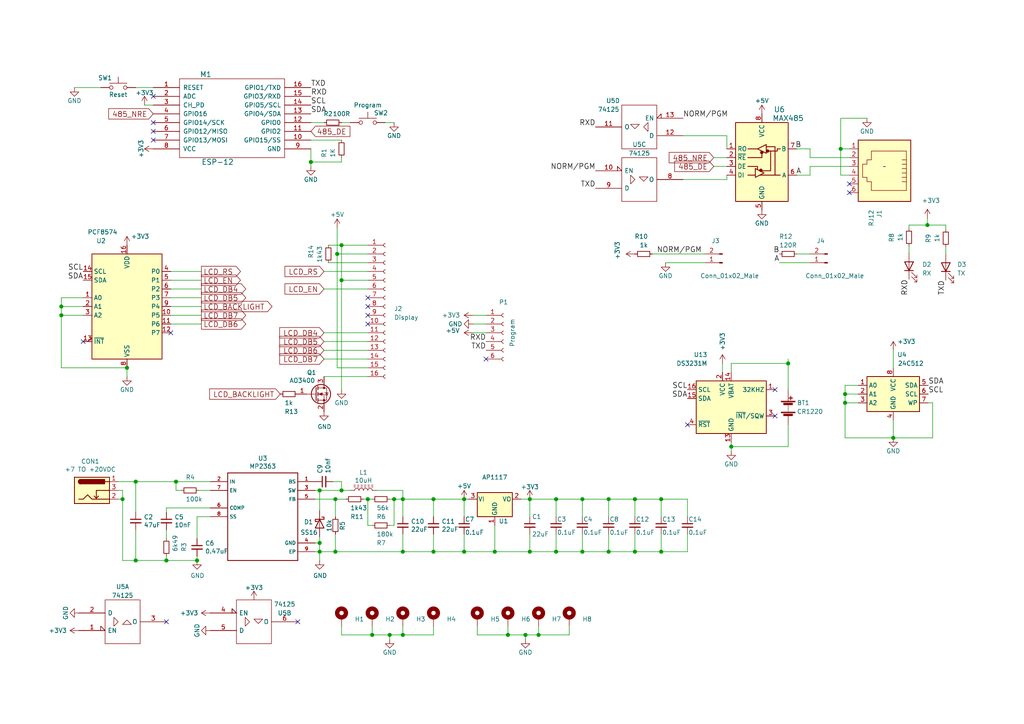
<source format=kicad_sch>
(kicad_sch (version 20210406) (generator eeschema)
  (paper "A4")
  (junction (at 17.78 88.9) (diameter 1.016))
  (junction (at 17.78 91.44) (diameter 1.016))
  (junction (at 35.56 144.78) (diameter 1.016))
  (junction (at 36.83 106.68) (diameter 1.016))
  (junction (at 39.37 139.7) (diameter 1.016))
  (junction (at 39.37 162.56) (diameter 1.016))
  (junction (at 48.26 162.56) (diameter 1.016))
  (junction (at 51.054 139.7) (diameter 1.016))
  (junction (at 57.15 162.56) (diameter 1.016))
  (junction (at 90.17 46.99) (diameter 1.016))
  (junction (at 92.71 142.24) (diameter 1.016))
  (junction (at 92.71 157.48) (diameter 1.016))
  (junction (at 92.71 160.02) (diameter 1.016))
  (junction (at 97.282 144.78) (diameter 1.016))
  (junction (at 97.282 160.02) (diameter 1.016))
  (junction (at 97.79 73.66) (diameter 1.016))
  (junction (at 99.06 71.12) (diameter 1.016))
  (junction (at 99.06 81.28) (diameter 1.016))
  (junction (at 99.06 142.24) (diameter 1.016))
  (junction (at 106.68 144.78) (diameter 1.016))
  (junction (at 107.95 184.15) (diameter 1.016))
  (junction (at 113.03 184.15) (diameter 1.016))
  (junction (at 114.3 144.78) (diameter 1.016))
  (junction (at 116.84 144.78) (diameter 1.016))
  (junction (at 116.84 160.02) (diameter 1.016))
  (junction (at 116.84 184.15) (diameter 1.016))
  (junction (at 125.73 144.78) (diameter 1.016))
  (junction (at 125.73 160.02) (diameter 1.016))
  (junction (at 134.62 144.78) (diameter 1.016))
  (junction (at 134.62 160.02) (diameter 1.016))
  (junction (at 143.51 160.02) (diameter 1.016))
  (junction (at 147.32 184.15) (diameter 1.016))
  (junction (at 152.4 184.15) (diameter 1.016))
  (junction (at 153.67 144.78) (diameter 1.016))
  (junction (at 153.67 160.02) (diameter 1.016))
  (junction (at 156.21 184.15) (diameter 1.016))
  (junction (at 161.29 144.78) (diameter 1.016))
  (junction (at 161.29 160.02) (diameter 1.016))
  (junction (at 168.91 144.78) (diameter 1.016))
  (junction (at 168.91 160.02) (diameter 1.016))
  (junction (at 176.53 144.78) (diameter 1.016))
  (junction (at 176.53 160.02) (diameter 1.016))
  (junction (at 184.15 144.78) (diameter 1.016))
  (junction (at 184.15 160.02) (diameter 1.016))
  (junction (at 191.77 144.78) (diameter 1.016))
  (junction (at 191.77 160.02) (diameter 1.016))
  (junction (at 212.09 129.54) (diameter 1.016))
  (junction (at 228.6 105.41) (diameter 1.016))
  (junction (at 243.84 43.18) (diameter 1.016))
  (junction (at 245.11 114.3) (diameter 1.016))
  (junction (at 245.11 116.84) (diameter 1.016))
  (junction (at 259.08 127) (diameter 1.016))
  (junction (at 268.986 65.278) (diameter 1.016))
  (no_connect (at 24.13 99.06))
  (no_connect (at 44.45 27.94))
  (no_connect (at 44.45 35.56))
  (no_connect (at 44.45 38.1))
  (no_connect (at 44.45 40.64))
  (no_connect (at 48.26 180.34))
  (no_connect (at 49.53 96.52))
  (no_connect (at 86.36 180.34))
  (no_connect (at 106.68 86.36))
  (no_connect (at 106.68 88.9))
  (no_connect (at 106.68 91.44))
  (no_connect (at 106.68 93.98))
  (no_connect (at 140.97 104.14))
  (no_connect (at 199.39 123.19))
  (no_connect (at 224.79 113.03))
  (no_connect (at 224.79 120.65))
  (no_connect (at 246.38 53.34))
  (no_connect (at 246.38 55.88))
  (wire (pts (xy 17.78 86.36) (xy 17.78 88.9)))
  (wire (pts (xy 17.78 88.9) (xy 17.78 91.44)))
  (wire (pts (xy 17.78 91.44) (xy 17.78 106.68)))
  (wire (pts (xy 17.78 91.44) (xy 24.13 91.44)))
  (wire (pts (xy 17.78 106.68) (xy 36.83 106.68)))
  (wire (pts (xy 21.59 25.4) (xy 29.21 25.4)))
  (wire (pts (xy 24.13 86.36) (xy 17.78 86.36)))
  (wire (pts (xy 24.13 88.9) (xy 17.78 88.9)))
  (wire (pts (xy 34.29 139.7) (xy 39.37 139.7)))
  (wire (pts (xy 34.29 142.24) (xy 35.56 142.24)))
  (wire (pts (xy 34.29 144.78) (xy 35.56 144.78)))
  (wire (pts (xy 35.56 142.24) (xy 35.56 144.78)))
  (wire (pts (xy 35.56 144.78) (xy 35.56 162.56)))
  (wire (pts (xy 35.56 162.56) (xy 39.37 162.56)))
  (wire (pts (xy 36.83 106.68) (xy 36.83 109.22)))
  (wire (pts (xy 39.37 25.4) (xy 44.45 25.4)))
  (wire (pts (xy 39.37 139.7) (xy 39.37 148.59)))
  (wire (pts (xy 39.37 139.7) (xy 51.054 139.7)))
  (wire (pts (xy 39.37 153.67) (xy 39.37 162.56)))
  (wire (pts (xy 39.37 162.56) (xy 48.26 162.56)))
  (wire (pts (xy 44.45 30.48) (xy 41.91 30.48)))
  (wire (pts (xy 48.26 147.32) (xy 48.26 148.59)))
  (wire (pts (xy 48.26 147.32) (xy 60.96 147.32)))
  (wire (pts (xy 48.26 153.67) (xy 48.26 156.21)))
  (wire (pts (xy 48.26 161.29) (xy 48.26 162.56)))
  (wire (pts (xy 48.26 162.56) (xy 57.15 162.56)))
  (wire (pts (xy 49.53 78.74) (xy 58.42 78.74)))
  (wire (pts (xy 49.53 81.28) (xy 58.42 81.28)))
  (wire (pts (xy 49.53 83.82) (xy 58.42 83.82)))
  (wire (pts (xy 49.53 86.36) (xy 58.42 86.36)))
  (wire (pts (xy 49.53 88.9) (xy 58.42 88.9)))
  (wire (pts (xy 49.53 91.44) (xy 58.42 91.44)))
  (wire (pts (xy 49.53 93.98) (xy 58.42 93.98)))
  (wire (pts (xy 51.054 139.7) (xy 51.054 142.24)))
  (wire (pts (xy 51.054 139.7) (xy 60.96 139.7)))
  (wire (pts (xy 52.578 142.24) (xy 51.054 142.24)))
  (wire (pts (xy 57.15 149.86) (xy 60.96 149.86)))
  (wire (pts (xy 57.15 156.21) (xy 57.15 149.86)))
  (wire (pts (xy 57.15 161.29) (xy 57.15 162.56)))
  (wire (pts (xy 57.658 142.24) (xy 60.96 142.24)))
  (wire (pts (xy 90.17 35.56) (xy 93.98 35.56)))
  (wire (pts (xy 90.17 40.64) (xy 99.06 40.64)))
  (wire (pts (xy 90.17 43.18) (xy 90.17 46.99)))
  (wire (pts (xy 90.17 46.99) (xy 90.17 48.26)))
  (wire (pts (xy 90.17 46.99) (xy 99.06 46.99)))
  (wire (pts (xy 91.44 142.24) (xy 92.71 142.24)))
  (wire (pts (xy 91.44 144.78) (xy 97.282 144.78)))
  (wire (pts (xy 91.44 160.02) (xy 92.71 160.02)))
  (wire (pts (xy 92.71 142.24) (xy 92.71 148.082)))
  (wire (pts (xy 92.71 142.24) (xy 99.06 142.24)))
  (wire (pts (xy 92.71 155.702) (xy 92.71 157.48)))
  (wire (pts (xy 92.71 157.48) (xy 91.44 157.48)))
  (wire (pts (xy 92.71 157.48) (xy 92.71 160.02)))
  (wire (pts (xy 92.71 160.02) (xy 92.71 162.56)))
  (wire (pts (xy 92.71 160.02) (xy 97.282 160.02)))
  (wire (pts (xy 93.98 78.74) (xy 106.68 78.74)))
  (wire (pts (xy 93.98 83.82) (xy 106.68 83.82)))
  (wire (pts (xy 93.98 96.52) (xy 106.68 96.52)))
  (wire (pts (xy 93.98 99.06) (xy 106.68 99.06)))
  (wire (pts (xy 93.98 101.6) (xy 106.68 101.6)))
  (wire (pts (xy 93.98 104.14) (xy 106.68 104.14)))
  (wire (pts (xy 93.98 109.22) (xy 106.68 109.22)))
  (wire (pts (xy 95.25 71.12) (xy 99.06 71.12)))
  (wire (pts (xy 95.25 76.2) (xy 106.68 76.2)))
  (wire (pts (xy 96.52 139.7) (xy 99.06 139.7)))
  (wire (pts (xy 97.282 144.78) (xy 97.282 149.86)))
  (wire (pts (xy 97.282 144.78) (xy 100.33 144.78)))
  (wire (pts (xy 97.282 154.94) (xy 97.282 160.02)))
  (wire (pts (xy 97.282 160.02) (xy 116.84 160.02)))
  (wire (pts (xy 97.79 66.04) (xy 97.79 73.66)))
  (wire (pts (xy 97.79 73.66) (xy 97.79 106.68)))
  (wire (pts (xy 97.79 73.66) (xy 106.68 73.66)))
  (wire (pts (xy 97.79 106.68) (xy 106.68 106.68)))
  (wire (pts (xy 99.06 35.56) (xy 101.6 35.56)))
  (wire (pts (xy 99.06 46.99) (xy 99.06 45.72)))
  (wire (pts (xy 99.06 71.12) (xy 99.06 81.28)))
  (wire (pts (xy 99.06 71.12) (xy 106.68 71.12)))
  (wire (pts (xy 99.06 81.28) (xy 99.06 113.03)))
  (wire (pts (xy 99.06 81.28) (xy 106.68 81.28)))
  (wire (pts (xy 99.06 139.7) (xy 99.06 142.24)))
  (wire (pts (xy 99.06 142.24) (xy 101.6 142.24)))
  (wire (pts (xy 99.06 181.61) (xy 99.06 184.15)))
  (wire (pts (xy 99.06 184.15) (xy 107.95 184.15)))
  (wire (pts (xy 105.41 144.78) (xy 106.68 144.78)))
  (wire (pts (xy 106.68 144.78) (xy 106.68 152.4)))
  (wire (pts (xy 106.68 144.78) (xy 107.95 144.78)))
  (wire (pts (xy 106.68 152.4) (xy 107.95 152.4)))
  (wire (pts (xy 107.95 181.61) (xy 107.95 184.15)))
  (wire (pts (xy 107.95 184.15) (xy 113.03 184.15)))
  (wire (pts (xy 109.22 142.24) (xy 116.84 142.24)))
  (wire (pts (xy 111.76 35.56) (xy 114.3 35.56)))
  (wire (pts (xy 113.03 144.78) (xy 114.3 144.78)))
  (wire (pts (xy 113.03 184.15) (xy 113.03 185.42)))
  (wire (pts (xy 113.03 184.15) (xy 116.84 184.15)))
  (wire (pts (xy 114.3 144.78) (xy 114.3 152.4)))
  (wire (pts (xy 114.3 144.78) (xy 116.84 144.78)))
  (wire (pts (xy 114.3 152.4) (xy 113.03 152.4)))
  (wire (pts (xy 116.84 142.24) (xy 116.84 144.78)))
  (wire (pts (xy 116.84 144.78) (xy 116.84 149.86)))
  (wire (pts (xy 116.84 144.78) (xy 125.73 144.78)))
  (wire (pts (xy 116.84 154.94) (xy 116.84 160.02)))
  (wire (pts (xy 116.84 160.02) (xy 125.73 160.02)))
  (wire (pts (xy 116.84 181.61) (xy 116.84 184.15)))
  (wire (pts (xy 116.84 184.15) (xy 125.73 184.15)))
  (wire (pts (xy 125.73 144.78) (xy 125.73 149.86)))
  (wire (pts (xy 125.73 144.78) (xy 134.62 144.78)))
  (wire (pts (xy 125.73 160.02) (xy 125.73 154.94)))
  (wire (pts (xy 125.73 160.02) (xy 134.62 160.02)))
  (wire (pts (xy 125.73 184.15) (xy 125.73 181.61)))
  (wire (pts (xy 134.62 144.78) (xy 134.62 149.86)))
  (wire (pts (xy 134.62 144.78) (xy 135.89 144.78)))
  (wire (pts (xy 134.62 160.02) (xy 134.62 154.94)))
  (wire (pts (xy 134.62 160.02) (xy 143.51 160.02)))
  (wire (pts (xy 137.16 91.44) (xy 140.97 91.44)))
  (wire (pts (xy 138.43 181.61) (xy 138.43 184.15)))
  (wire (pts (xy 138.43 184.15) (xy 147.32 184.15)))
  (wire (pts (xy 140.97 93.98) (xy 137.16 93.98)))
  (wire (pts (xy 140.97 96.52) (xy 137.16 96.52)))
  (wire (pts (xy 143.51 152.4) (xy 143.51 160.02)))
  (wire (pts (xy 143.51 160.02) (xy 153.67 160.02)))
  (wire (pts (xy 147.32 181.61) (xy 147.32 184.15)))
  (wire (pts (xy 147.32 184.15) (xy 152.4 184.15)))
  (wire (pts (xy 151.13 144.78) (xy 153.67 144.78)))
  (wire (pts (xy 152.4 184.15) (xy 152.4 185.42)))
  (wire (pts (xy 152.4 184.15) (xy 156.21 184.15)))
  (wire (pts (xy 153.67 144.78) (xy 153.67 149.86)))
  (wire (pts (xy 153.67 144.78) (xy 161.29 144.78)))
  (wire (pts (xy 153.67 154.94) (xy 153.67 160.02)))
  (wire (pts (xy 153.67 160.02) (xy 161.29 160.02)))
  (wire (pts (xy 156.21 181.61) (xy 156.21 184.15)))
  (wire (pts (xy 156.21 184.15) (xy 165.1 184.15)))
  (wire (pts (xy 161.29 144.78) (xy 161.29 149.86)))
  (wire (pts (xy 161.29 144.78) (xy 168.91 144.78)))
  (wire (pts (xy 161.29 154.94) (xy 161.29 160.02)))
  (wire (pts (xy 161.29 160.02) (xy 168.91 160.02)))
  (wire (pts (xy 165.1 184.15) (xy 165.1 181.61)))
  (wire (pts (xy 168.91 144.78) (xy 168.91 149.86)))
  (wire (pts (xy 168.91 144.78) (xy 176.53 144.78)))
  (wire (pts (xy 168.91 154.94) (xy 168.91 160.02)))
  (wire (pts (xy 168.91 160.02) (xy 176.53 160.02)))
  (wire (pts (xy 176.53 144.78) (xy 176.53 149.86)))
  (wire (pts (xy 176.53 144.78) (xy 184.15 144.78)))
  (wire (pts (xy 176.53 154.94) (xy 176.53 160.02)))
  (wire (pts (xy 176.53 160.02) (xy 184.15 160.02)))
  (wire (pts (xy 184.15 144.78) (xy 184.15 149.86)))
  (wire (pts (xy 184.15 144.78) (xy 191.77 144.78)))
  (wire (pts (xy 184.15 154.94) (xy 184.15 160.02)))
  (wire (pts (xy 184.15 160.02) (xy 191.77 160.02)))
  (wire (pts (xy 189.23 73.66) (xy 204.47 73.66)))
  (wire (pts (xy 191.77 144.78) (xy 191.77 149.86)))
  (wire (pts (xy 191.77 144.78) (xy 199.39 144.78)))
  (wire (pts (xy 191.77 160.02) (xy 191.77 154.94)))
  (wire (pts (xy 193.04 76.2) (xy 204.47 76.2)))
  (wire (pts (xy 198.12 39.37) (xy 210.82 39.37)))
  (wire (pts (xy 198.12 52.07) (xy 210.82 52.07)))
  (wire (pts (xy 199.39 144.78) (xy 199.39 149.86)))
  (wire (pts (xy 199.39 154.94) (xy 199.39 160.02)))
  (wire (pts (xy 199.39 160.02) (xy 191.77 160.02)))
  (wire (pts (xy 207.01 45.72) (xy 210.82 45.72)))
  (wire (pts (xy 207.01 48.26) (xy 210.82 48.26)))
  (wire (pts (xy 209.55 105.41) (xy 209.55 107.95)))
  (wire (pts (xy 210.82 39.37) (xy 210.82 43.18)))
  (wire (pts (xy 210.82 50.8) (xy 210.82 52.07)))
  (wire (pts (xy 212.09 105.41) (xy 228.6 105.41)))
  (wire (pts (xy 212.09 107.95) (xy 212.09 105.41)))
  (wire (pts (xy 212.09 128.27) (xy 212.09 129.54)))
  (wire (pts (xy 212.09 129.54) (xy 212.09 130.81)))
  (wire (pts (xy 212.09 129.54) (xy 228.6 129.54)))
  (wire (pts (xy 226.06 76.2) (xy 234.95 76.2)))
  (wire (pts (xy 228.6 104.14) (xy 228.6 105.41)))
  (wire (pts (xy 228.6 105.41) (xy 228.6 113.03)))
  (wire (pts (xy 228.6 129.54) (xy 228.6 123.19)))
  (wire (pts (xy 231.14 50.8) (xy 234.95 50.8)))
  (wire (pts (xy 231.14 73.66) (xy 234.95 73.66)))
  (wire (pts (xy 234.95 43.18) (xy 231.14 43.18)))
  (wire (pts (xy 234.95 43.18) (xy 234.95 45.72)))
  (wire (pts (xy 234.95 45.72) (xy 246.38 45.72)))
  (wire (pts (xy 234.95 48.26) (xy 246.38 48.26)))
  (wire (pts (xy 234.95 50.8) (xy 234.95 48.26)))
  (wire (pts (xy 243.84 34.29) (xy 243.84 43.18)))
  (wire (pts (xy 243.84 34.29) (xy 251.46 34.29)))
  (wire (pts (xy 243.84 43.18) (xy 243.84 50.8)))
  (wire (pts (xy 243.84 50.8) (xy 246.38 50.8)))
  (wire (pts (xy 245.11 111.76) (xy 245.11 114.3)))
  (wire (pts (xy 245.11 114.3) (xy 245.11 116.84)))
  (wire (pts (xy 245.11 114.3) (xy 248.92 114.3)))
  (wire (pts (xy 245.11 116.84) (xy 245.11 127)))
  (wire (pts (xy 245.11 116.84) (xy 248.92 116.84)))
  (wire (pts (xy 245.11 127) (xy 259.08 127)))
  (wire (pts (xy 246.38 43.18) (xy 243.84 43.18)))
  (wire (pts (xy 248.92 111.76) (xy 245.11 111.76)))
  (wire (pts (xy 259.08 101.6) (xy 259.08 106.68)))
  (wire (pts (xy 259.08 121.92) (xy 259.08 127)))
  (wire (pts (xy 259.08 127) (xy 270.51 127)))
  (wire (pts (xy 263.652 65.278) (xy 263.652 66.294)))
  (wire (pts (xy 263.652 65.278) (xy 268.986 65.278)))
  (wire (pts (xy 263.652 71.374) (xy 263.652 73.406)))
  (wire (pts (xy 268.986 63.246) (xy 268.986 65.278)))
  (wire (pts (xy 268.986 65.278) (xy 274.32 65.278)))
  (wire (pts (xy 269.24 116.84) (xy 270.51 116.84)))
  (wire (pts (xy 270.51 116.84) (xy 270.51 127)))
  (wire (pts (xy 274.32 65.278) (xy 274.32 66.548)))
  (wire (pts (xy 274.32 71.628) (xy 274.32 73.66)))
  (label "SCL" (at 24.13 78.74 180) (effects (font (size 1.524 1.524))))
  (label "SDA" (at 24.13 81.28 180) (effects (font (size 1.524 1.524))))
  (label "TXD" (at 90.17 25.4 0) (effects (font (size 1.524 1.524))))
  (label "RXD" (at 90.17 27.94 0) (effects (font (size 1.524 1.524))))
  (label "SCL" (at 90.17 30.48 0) (effects (font (size 1.524 1.524))))
  (label "SDA" (at 90.17 33.02 0) (effects (font (size 1.524 1.524))))
  (label "RXD" (at 140.97 99.06 180) (effects (font (size 1.524 1.524))))
  (label "TXD" (at 140.97 101.6 180) (effects (font (size 1.524 1.524))))
  (label "RXD" (at 172.72 36.83 180) (effects (font (size 1.524 1.524))))
  (label "NORM{slash}PGM" (at 172.72 49.53 180) (effects (font (size 1.524 1.524))))
  (label "TXD" (at 172.72 54.61 180) (effects (font (size 1.524 1.524))))
  (label "NORM{slash}PGM" (at 190.5 73.66 0) (effects (font (size 1.524 1.524))))
  (label "NORM{slash}PGM" (at 198.12 34.29 0) (effects (font (size 1.524 1.524))))
  (label "SCL" (at 199.39 113.03 180) (effects (font (size 1.524 1.524))))
  (label "SDA" (at 199.39 115.57 180) (effects (font (size 1.524 1.524))))
  (label "B" (at 226.06 73.66 180) (effects (font (size 1.524 1.524))))
  (label "A" (at 226.06 76.2 180) (effects (font (size 1.524 1.524))))
  (label "B" (at 232.41 43.18 180) (effects (font (size 1.524 1.524))))
  (label "A" (at 232.41 50.8 180) (effects (font (size 1.524 1.524))))
  (label "RXD" (at 263.652 81.026 270) (effects (font (size 1.524 1.524))))
  (label "SDA" (at 269.24 111.76 0) (effects (font (size 1.524 1.524))))
  (label "SCL" (at 269.24 114.3 0) (effects (font (size 1.524 1.524))))
  (label "TXD" (at 274.32 81.28 270) (effects (font (size 1.524 1.524))))
  (global_label "485_NRE" (shape input) (at 44.45 33.02 180) (effects (font (size 1.524 1.524))) (property "Intersheet References" "${INTERSHEET_REFS}" (effects hide)))
  (global_label "LCD_RS" (shape output) (at 58.42 78.74 0) (effects (font (size 1.524 1.524))) (property "Intersheet References" "${INTERSHEET_REFS}" (effects hide)))
  (global_label "LCD_EN" (shape output) (at 58.42 81.28 0) (effects (font (size 1.524 1.524))) (property "Intersheet References" "${INTERSHEET_REFS}" (effects hide)))
  (global_label "LCD_DB4" (shape output) (at 58.42 83.82 0) (effects (font (size 1.524 1.524))) (property "Intersheet References" "${INTERSHEET_REFS}" (effects hide)))
  (global_label "LCD_DB5" (shape output) (at 58.42 86.36 0) (effects (font (size 1.524 1.524))) (property "Intersheet References" "${INTERSHEET_REFS}" (effects hide)))
  (global_label "LCD_BACKLIGHT" (shape output) (at 58.42 88.9 0) (effects (font (size 1.524 1.524))) (property "Intersheet References" "${INTERSHEET_REFS}" (effects hide)))
  (global_label "LCD_DB7" (shape output) (at 58.42 91.44 0) (effects (font (size 1.524 1.524))) (property "Intersheet References" "${INTERSHEET_REFS}" (effects hide)))
  (global_label "LCD_DB6" (shape output) (at 58.42 93.98 0) (effects (font (size 1.524 1.524))) (property "Intersheet References" "${INTERSHEET_REFS}" (effects hide)))
  (global_label "LCD_BACKLIGHT" (shape input) (at 81.28 114.3 180) (effects (font (size 1.524 1.524))) (property "Intersheet References" "${INTERSHEET_REFS}" (effects hide)))
  (global_label "485_DE" (shape input) (at 90.17 38.1 0) (effects (font (size 1.524 1.524))) (property "Intersheet References" "${INTERSHEET_REFS}" (effects hide)))
  (global_label "LCD_RS" (shape input) (at 93.98 78.74 180) (effects (font (size 1.524 1.524))) (property "Intersheet References" "${INTERSHEET_REFS}" (effects hide)))
  (global_label "LCD_EN" (shape input) (at 93.98 83.82 180) (effects (font (size 1.524 1.524))) (property "Intersheet References" "${INTERSHEET_REFS}" (effects hide)))
  (global_label "LCD_DB4" (shape input) (at 93.98 96.52 180) (effects (font (size 1.524 1.524))) (property "Intersheet References" "${INTERSHEET_REFS}" (effects hide)))
  (global_label "LCD_DB5" (shape input) (at 93.98 99.06 180) (effects (font (size 1.524 1.524))) (property "Intersheet References" "${INTERSHEET_REFS}" (effects hide)))
  (global_label "LCD_DB6" (shape input) (at 93.98 101.6 180) (effects (font (size 1.524 1.524))) (property "Intersheet References" "${INTERSHEET_REFS}" (effects hide)))
  (global_label "LCD_DB7" (shape input) (at 93.98 104.14 180) (effects (font (size 1.524 1.524))) (property "Intersheet References" "${INTERSHEET_REFS}" (effects hide)))
  (global_label "485_NRE" (shape input) (at 207.01 45.72 180) (effects (font (size 1.524 1.524))) (property "Intersheet References" "${INTERSHEET_REFS}" (effects hide)))
  (global_label "485_DE" (shape input) (at 207.01 48.26 180) (effects (font (size 1.524 1.524))) (property "Intersheet References" "${INTERSHEET_REFS}" (effects hide)))
  (symbol (lib_id "power:+3.3V") (at 22.86 182.88 90) (unit 1)
    (property "Reference" "#PWR0115" (effects hide))
    (property "Value" "+3.3V" (at 16.764 182.88 90))
  )
  (symbol (lib_id "power:+3.3V") (at 36.83 71.12 0) (unit 1)
    (property "Reference" "#PWR015" (effects hide))
    (property "Value" "+3.3V" (at 40.64 68.58 0))
  )
  (symbol (lib_id "power:+3.3V") (at 41.91 30.48 0) (unit 1)
    (property "Reference" "#PWR0102" (effects hide))
    (property "Value" "+3.3V" (at 41.91 26.924 0))
  )
  (symbol (lib_id "power:+3.3V") (at 44.45 43.18 90) (unit 1)
    (property "Reference" "#PWR014" (effects hide))
    (property "Value" "+3.3V" (at 40.894 43.18 0))
  )
  (symbol (lib_id "power:+3.3V") (at 60.96 177.8 90) (unit 1)
    (property "Reference" "#PWR0116" (effects hide))
    (property "Value" "+3.3V" (at 54.864 177.8 90))
  )
  (symbol (lib_id "power:+3.3V") (at 73.66 173.99 0) (unit 1)
    (property "Reference" "#PWR0107" (effects hide))
    (property "Value" "+3.3V" (at 73.66 170.434 0))
  )
  (symbol (lib_id "power:+5V") (at 97.79 66.04 0) (unit 1)
    (property "Reference" "#PWR0103" (effects hide))
    (property "Value" "+5V" (at 97.79 62.23 0))
  )
  (symbol (lib_id "power:+5V") (at 134.62 144.78 0) (unit 1)
    (property "Reference" "#PWR0104" (effects hide))
    (property "Value" "+5V" (at 134.62 140.97 0))
  )
  (symbol (lib_id "power:+3.3V") (at 137.16 91.44 90) (unit 1)
    (property "Reference" "#PWR0117" (effects hide))
    (property "Value" "+3.3V" (at 130.81 91.44 90))
  )
  (symbol (lib_id "power:+5V") (at 137.16 96.52 90) (unit 1)
    (property "Reference" "#PWR0106" (effects hide))
    (property "Value" "+5V" (at 133.35 95.8851 90) (effects (justify left)))
  )
  (symbol (lib_id "power:+3.3V") (at 153.67 144.78 0) (unit 1)
    (property "Reference" "#PWR013" (effects hide))
    (property "Value" "+3.3V" (at 153.67 141.224 0))
  )
  (symbol (lib_id "power:+3V3") (at 184.15 73.66 90) (unit 1)
    (property "Reference" "#PWR0113" (effects hide))
    (property "Value" "+3V3" (at 179.07 72.644 0))
  )
  (symbol (lib_id "power:+3.3V") (at 209.55 105.41 0) (unit 1)
    (property "Reference" "#PWR016" (effects hide))
    (property "Value" "+3.3V" (at 209.55 99.06 90))
  )
  (symbol (lib_id "power:+5V") (at 220.98 33.02 0) (unit 1)
    (property "Reference" "#PWR0105" (effects hide))
    (property "Value" "+5V" (at 220.98 29.21 0))
  )
  (symbol (lib_id "power:+3.3V") (at 259.08 101.6 0) (unit 1)
    (property "Reference" "#PWR020" (effects hide))
    (property "Value" "+3.3V" (at 262.89 99.06 0))
  )
  (symbol (lib_id "power:+3V3") (at 268.986 63.246 0) (unit 1)
    (property "Reference" "#PWR0112" (effects hide))
    (property "Value" "+3V3" (at 270.002 58.166 0))
  )
  (symbol (lib_id "power:GND") (at 21.59 25.4 0) (unit 1)
    (property "Reference" "#PWR012" (effects hide))
    (property "Value" "GND" (at 21.59 29.21 0))
  )
  (symbol (lib_id "power:GND") (at 22.86 177.8 270) (unit 1)
    (property "Reference" "#PWR0109" (effects hide))
    (property "Value" "GND" (at 19.05 177.8 0))
  )
  (symbol (lib_id "power:GND") (at 36.83 109.22 0) (unit 1)
    (property "Reference" "#PWR01" (effects hide))
    (property "Value" "GND" (at 36.83 113.03 0))
  )
  (symbol (lib_id "power:GND") (at 57.15 162.56 0) (unit 1)
    (property "Reference" "#PWR04" (effects hide))
    (property "Value" "GND" (at 57.277 166.9542 0))
  )
  (symbol (lib_id "power:GND") (at 60.96 182.88 270) (unit 1)
    (property "Reference" "#PWR0108" (effects hide))
    (property "Value" "GND" (at 57.15 182.88 0))
  )
  (symbol (lib_id "power:GND") (at 90.17 48.26 0) (unit 1)
    (property "Reference" "#PWR011" (effects hide))
    (property "Value" "GND" (at 90.17 52.07 0))
  )
  (symbol (lib_id "power:GND") (at 92.71 162.56 0) (unit 1)
    (property "Reference" "#PWR010" (effects hide))
    (property "Value" "GND" (at 92.837 166.9542 0))
  )
  (symbol (lib_id "catflap-rescue:GND-power") (at 93.98 119.38 0) (unit 1)
    (property "Reference" "#PWR0114" (effects hide))
    (property "Value" "GND" (at 94.107 123.7742 0))
  )
  (symbol (lib_id "power:GND") (at 99.06 113.03 0) (unit 1)
    (property "Reference" "#PWR03" (effects hide))
    (property "Value" "GND" (at 99.06 116.84 0))
  )
  (symbol (lib_id "power:GND") (at 113.03 185.42 0) (unit 1)
    (property "Reference" "#PWR0110" (effects hide))
    (property "Value" "GND" (at 113.03 189.23 0))
  )
  (symbol (lib_id "power:GND") (at 114.3 35.56 0) (unit 1)
    (property "Reference" "#PWR02" (effects hide))
    (property "Value" "GND" (at 114.3 39.37 0))
  )
  (symbol (lib_id "power:GND") (at 137.16 93.98 270) (unit 1)
    (property "Reference" "#PWR08" (effects hide))
    (property "Value" "GND" (at 132.08 93.98 90))
  )
  (symbol (lib_id "power:GND") (at 152.4 185.42 0) (unit 1)
    (property "Reference" "#PWR0111" (effects hide))
    (property "Value" "GND" (at 152.4 189.23 0))
  )
  (symbol (lib_id "power:GND") (at 193.04 76.2 0) (mirror y) (unit 1)
    (property "Reference" "#PWR0101" (effects hide))
    (property "Value" "GND" (at 193.04 80.01 0))
  )
  (symbol (lib_id "power:GND") (at 212.09 130.81 0) (unit 1)
    (property "Reference" "#PWR07" (effects hide))
    (property "Value" "GND" (at 212.09 134.62 0))
  )
  (symbol (lib_id "power:GND") (at 220.98 60.96 0) (unit 1)
    (property "Reference" "#PWR021" (effects hide))
    (property "Value" "GND" (at 220.98 64.77 0))
  )
  (symbol (lib_id "power:GND") (at 251.46 34.29 0) (unit 1)
    (property "Reference" "#PWR017" (effects hide))
    (property "Value" "GND" (at 251.46 38.1 0))
  )
  (symbol (lib_id "power:GND") (at 259.08 127 0) (unit 1)
    (property "Reference" "#PWR019" (effects hide))
    (property "Value" "GND" (at 259.08 130.81 0))
  )
  (symbol (lib_name "Device:R_Small_7") (lib_id "Device:R_Small") (at 48.26 158.75 0) (unit 1)
    (property "Reference" "R3" (at 53.34 160.02 90) (effects (justify left)))
    (property "Value" "6k49" (at 50.8 160.02 90) (effects (justify left)))
    (property "Footprint" "Resistor_SMD:R_0603_1608Metric" (effects hide))
  )
  (symbol (lib_name "Device:R_Small_6") (lib_id "Device:R_Small") (at 55.118 142.24 270) (unit 1)
    (property "Reference" "R4" (at 53.848 138.43 90) (effects (justify left)))
    (property "Value" "100k" (at 53.848 144.78 90) (effects (justify left)))
    (property "Footprint" "Resistor_SMD:R_0603_1608Metric" (effects hide))
  )
  (symbol (lib_id "Device:R_Small") (at 83.82 114.3 270) (unit 1)
    (property "Reference" "R13" (at 82.55 119.38 90) (effects (justify left)))
    (property "Value" "1k" (at 82.55 116.84 90) (effects (justify left)))
    (property "Footprint" "Resistor_SMD:R_0603_1608Metric" (effects hide))
  )
  (symbol (lib_id "Device:R_Small") (at 95.25 73.66 0) (unit 1)
    (property "Reference" "R14" (at 90.17 74.93 90) (effects (justify left)))
    (property "Value" "1k43" (at 92.71 76.2 90) (effects (justify left)))
    (property "Footprint" "Resistor_SMD:R_0603_1608Metric" (effects hide))
  )
  (symbol (lib_name "Device:R_Small_2") (lib_id "Device:R_Small") (at 96.52 35.56 90) (unit 1)
    (property "Reference" "R2" (at 96.52 33.02 90) (effects (justify left)))
    (property "Value" "100R" (at 101.6 33.02 90) (effects (justify left)))
    (property "Footprint" "Resistor_SMD:R_0603_1608Metric" (effects hide))
  )
  (symbol (lib_name "Device:R_Small_8") (lib_id "Device:R_Small") (at 97.282 152.4 180) (unit 1)
    (property "Reference" "R5" (at 99.314 151.13 90) (effects (justify left)))
    (property "Value" "10k" (at 95.504 150.622 90) (effects (justify left)))
    (property "Footprint" "Resistor_SMD:R_0603_1608Metric" (effects hide))
  )
  (symbol (lib_name "Device:R_Small_3") (lib_id "Device:R_Small") (at 99.06 43.18 0) (unit 1)
    (property "Reference" "R1" (at 93.98 45.72 90) (effects (justify left)))
    (property "Value" "1K" (at 96.52 45.72 90) (effects (justify left)))
    (property "Footprint" "Resistor_SMD:R_0603_1608Metric" (effects hide))
  )
  (symbol (lib_name "Device:R_Small_9") (lib_id "Device:R_Small") (at 102.87 144.78 270) (unit 1)
    (property "Reference" "R11" (at 101.6 149.86 90) (effects (justify left)))
    (property "Value" "1k43" (at 101.6 147.32 90) (effects (justify left)))
    (property "Footprint" "Resistor_SMD:R_0805_2012Metric" (effects hide))
  )
  (symbol (lib_name "Device:R_Small_10") (lib_id "Device:R_Small") (at 110.49 144.78 270) (unit 1)
    (property "Reference" "R6" (at 109.22 149.86 90) (effects (justify left)))
    (property "Value" "56k" (at 109.22 147.32 90) (effects (justify left)))
    (property "Footprint" "Resistor_SMD:R_0805_2012Metric" (effects hide))
  )
  (symbol (lib_name "Device:R_Small_11") (lib_id "Device:R_Small") (at 110.49 152.4 270) (unit 1)
    (property "Reference" "R7" (at 109.22 157.48 90) (effects (justify left)))
    (property "Value" "180k" (at 109.22 154.94 90) (effects (justify left)))
    (property "Footprint" "Resistor_SMD:R_0805_2012Metric" (effects hide))
  )
  (symbol (lib_id "Device:R_Small") (at 186.69 73.66 90) (unit 1)
    (property "Reference" "R10" (at 187.96 68.58 90) (effects (justify left)))
    (property "Value" "1k" (at 187.96 71.12 90) (effects (justify left)))
    (property "Footprint" "Resistor_SMD:R_0603_1608Metric" (effects hide))
  )
  (symbol (lib_id "Device:R_Small") (at 228.6 73.66 90) (unit 1)
    (property "Reference" "R12" (at 229.87 68.58 90) (effects (justify left)))
    (property "Value" "120R" (at 231.14 71.12 90) (effects (justify left)))
    (property "Footprint" "Resistor_SMD:R_1206_3216Metric" (effects hide))
  )
  (symbol (lib_name "Device:R_Small_12") (lib_id "Device:R_Small") (at 263.652 68.834 180) (unit 1)
    (property "Reference" "R8" (at 258.572 67.564 90) (effects (justify left)))
    (property "Value" "1k" (at 261.112 67.564 90) (effects (justify left)))
    (property "Footprint" "Resistor_SMD:R_0603_1608Metric" (effects hide))
  )
  (symbol (lib_id "Device:R_Small") (at 274.32 69.088 180) (unit 1)
    (property "Reference" "R9" (at 269.24 67.818 90) (effects (justify left)))
    (property "Value" "1k" (at 271.78 67.818 90) (effects (justify left)))
    (property "Footprint" "Resistor_SMD:R_0603_1608Metric" (effects hide))
  )
  (symbol (lib_id "Device:L_Ferrite") (at 105.41 142.24 90) (unit 1)
    (property "Reference" "L1" (at 105.41 137.033 90))
    (property "Value" "10uH" (at 105.41 139.3444 90))
    (property "Footprint" "Inductor_SMD:L_7.3x7.3_H3.5" (effects hide))
  )
  (symbol (lib_id "Connector:Conn_01x02_Male") (at 209.55 76.2 180) (unit 1)
    (property "Reference" "J3" (at 208.7627 69.85 0) (effects (justify left)))
    (property "Value" "Conn_01x02_Male" (at 220.1927 80.01 0) (effects (justify left)))
    (property "Footprint" "Connector_PinHeader_2.54mm:PinHeader_1x02_P2.54mm_Vertical" (effects hide))
  )
  (symbol (lib_id "Connector:Conn_01x02_Male") (at 240.03 76.2 180) (unit 1)
    (property "Reference" "J4" (at 239.2427 69.85 0) (effects (justify left)))
    (property "Value" "Conn_01x02_Male" (at 250.6727 80.01 0) (effects (justify left)))
    (property "Footprint" "Connector_PinHeader_2.54mm:PinHeader_1x02_P2.54mm_Vertical" (effects hide))
  )
  (symbol (lib_id "Device:C_Small") (at 39.37 151.13 0) (unit 1)
    (property "Reference" "C2" (at 41.7068 149.9616 0) (effects (justify left)))
    (property "Value" "47uF" (at 41.7068 152.273 0) (effects (justify left)))
    (property "Footprint" "Capacitor_SMD:C_1206_3216Metric" (effects hide))
  )
  (symbol (lib_id "Device:C_Small") (at 48.26 151.13 0) (unit 1)
    (property "Reference" "C5" (at 50.5968 149.9616 0) (effects (justify left)))
    (property "Value" "10nF" (at 50.597 152.273 0) (effects (justify left)))
    (property "Footprint" "Capacitor_SMD:C_0805_2012Metric" (effects hide))
  )
  (symbol (lib_id "Device:C_Small") (at 57.15 158.75 0) (unit 1)
    (property "Reference" "C6" (at 59.4868 157.5816 0) (effects (justify left)))
    (property "Value" "0.47uF" (at 59.487 159.893 0) (effects (justify left)))
    (property "Footprint" "Capacitor_SMD:C_0805_2012Metric" (effects hide))
  )
  (symbol (lib_id "Device:C_Small") (at 93.98 139.7 90) (unit 1)
    (property "Reference" "C9" (at 92.8116 137.3632 0) (effects (justify left)))
    (property "Value" "10nf" (at 95.123 137.3632 0) (effects (justify left)))
    (property "Footprint" "Capacitor_SMD:C_0805_2012Metric" (effects hide))
  )
  (symbol (lib_id "Device:C_Small") (at 116.84 152.4 0) (unit 1)
    (property "Reference" "C10" (at 119.1768 151.2316 0) (effects (justify left)))
    (property "Value" "22uF" (at 119.1768 153.543 0) (effects (justify left)))
    (property "Footprint" "Capacitor_SMD:C_0805_2012Metric" (effects hide))
  )
  (symbol (lib_id "Device:C_Small") (at 125.73 152.4 0) (unit 1)
    (property "Reference" "C11" (at 128.0668 151.2316 0) (effects (justify left)))
    (property "Value" "22uF" (at 128.0668 153.543 0) (effects (justify left)))
    (property "Footprint" "Capacitor_SMD:C_0805_2012Metric" (effects hide))
  )
  (symbol (lib_id "Device:C_Small") (at 134.62 152.4 0) (unit 1)
    (property "Reference" "C7" (at 134.874 150.622 0) (effects (justify left)))
    (property "Value" "0.1uF" (at 134.874 154.432 0) (effects (justify left)))
    (property "Footprint" "Capacitor_SMD:C_0603_1608Metric" (effects hide))
  )
  (symbol (lib_id "Device:C_Small") (at 153.67 152.4 0) (unit 1)
    (property "Reference" "C1" (at 154.305 149.86 0) (effects (justify left)))
    (property "Value" "22uF" (at 154.305 154.94 0) (effects (justify left)))
    (property "Footprint" "Capacitor_SMD:C_1206_3216Metric" (effects hide))
  )
  (symbol (lib_id "Device:C_Small") (at 161.29 152.4 0) (unit 1)
    (property "Reference" "C3" (at 161.544 150.622 0) (effects (justify left)))
    (property "Value" "0.1uF" (at 161.544 154.432 0) (effects (justify left)))
    (property "Footprint" "Capacitor_SMD:C_0603_1608Metric" (effects hide))
  )
  (symbol (lib_id "Device:C_Small") (at 168.91 152.4 0) (unit 1)
    (property "Reference" "C4" (at 169.164 150.622 0) (effects (justify left)))
    (property "Value" "0.1uF" (at 169.164 154.432 0) (effects (justify left)))
    (property "Footprint" "Capacitor_SMD:C_0603_1608Metric" (effects hide))
  )
  (symbol (lib_id "Device:C_Small") (at 176.53 152.4 0) (unit 1)
    (property "Reference" "C8" (at 176.784 150.622 0) (effects (justify left)))
    (property "Value" "0.1uF" (at 176.784 154.432 0) (effects (justify left)))
    (property "Footprint" "Capacitor_SMD:C_0603_1608Metric" (effects hide))
  )
  (symbol (lib_id "Device:C_Small") (at 184.15 152.4 0) (unit 1)
    (property "Reference" "C12" (at 184.404 150.622 0) (effects (justify left)))
    (property "Value" "0.1uF" (at 184.404 154.432 0) (effects (justify left)))
    (property "Footprint" "Capacitor_SMD:C_0603_1608Metric" (effects hide))
  )
  (symbol (lib_id "Device:C_Small") (at 191.77 152.4 0) (unit 1)
    (property "Reference" "C13" (at 192.024 150.622 0) (effects (justify left)))
    (property "Value" "0.1uF" (at 192.024 154.432 0) (effects (justify left)))
    (property "Footprint" "Capacitor_SMD:C_0603_1608Metric" (effects hide))
  )
  (symbol (lib_id "Device:C_Small") (at 199.39 152.4 0) (unit 1)
    (property "Reference" "C14" (at 199.644 150.622 0) (effects (justify left)))
    (property "Value" "0.1uF" (at 199.644 154.432 0) (effects (justify left)))
    (property "Footprint" "Capacitor_SMD:C_0603_1608Metric" (effects hide))
  )
  (symbol (lib_id "Mechanical:MountingHole_Pad") (at 99.06 179.07 0) (unit 1) (in_bom no)
    (property "Reference" "H1" (at 102.87 179.5779 0) (effects (justify left)))
    (property "Value" "MountingHole_Pad" (effects hide))
    (property "Footprint" "MountingHole:MountingHole_2.5mm_Pad_Via" (effects hide))
  )
  (symbol (lib_id "Mechanical:MountingHole_Pad") (at 107.95 179.07 0) (unit 1) (in_bom no)
    (property "Reference" "H2" (at 111.76 179.5779 0) (effects (justify left)))
    (property "Value" "MountingHole_Pad" (effects hide))
    (property "Footprint" "MountingHole:MountingHole_2.5mm_Pad_Via" (effects hide))
  )
  (symbol (lib_id "Mechanical:MountingHole_Pad") (at 116.84 179.07 0) (unit 1) (in_bom no)
    (property "Reference" "H3" (at 120.65 179.5779 0) (effects (justify left)))
    (property "Value" "MountingHole_Pad" (effects hide))
    (property "Footprint" "MountingHole:MountingHole_2.5mm_Pad_Via" (effects hide))
  )
  (symbol (lib_id "Mechanical:MountingHole_Pad") (at 125.73 179.07 0) (unit 1) (in_bom no)
    (property "Reference" "H4" (at 129.54 179.5779 0) (effects (justify left)))
    (property "Value" "MountingHole_Pad" (effects hide))
    (property "Footprint" "MountingHole:MountingHole_2.5mm_Pad_Via" (effects hide))
  )
  (symbol (lib_id "Mechanical:MountingHole_Pad") (at 138.43 179.07 0) (unit 1) (in_bom no)
    (property "Reference" "H5" (at 142.24 179.5779 0) (effects (justify left)))
    (property "Value" "MountingHole_Pad" (effects hide))
    (property "Footprint" "MountingHole:MountingHole_2.5mm_Pad_Via" (effects hide))
  )
  (symbol (lib_id "Mechanical:MountingHole_Pad") (at 147.32 179.07 0) (unit 1) (in_bom no)
    (property "Reference" "H6" (at 151.13 179.5779 0) (effects (justify left)))
    (property "Value" "MountingHole_Pad" (effects hide))
    (property "Footprint" "MountingHole:MountingHole_2.5mm_Pad_Via" (effects hide))
  )
  (symbol (lib_id "Mechanical:MountingHole_Pad") (at 156.21 179.07 0) (unit 1) (in_bom no)
    (property "Reference" "H7" (at 160.02 179.5779 0) (effects (justify left)))
    (property "Value" "MountingHole_Pad" (effects hide))
    (property "Footprint" "MountingHole:MountingHole_2.5mm_Pad_Via" (effects hide))
  )
  (symbol (lib_id "Mechanical:MountingHole_Pad") (at 165.1 179.07 0) (unit 1) (in_bom no)
    (property "Reference" "H8" (at 168.91 179.5779 0) (effects (justify left)))
    (property "Value" "MountingHole_Pad" (effects hide))
    (property "Footprint" "MountingHole:MountingHole_2.5mm_Pad_Via" (effects hide))
  )
  (symbol (lib_id "Device:D_Schottky") (at 92.71 151.892 270) (unit 1)
    (property "Reference" "D1" (at 88.138 151.384 90) (effects (justify left)))
    (property "Value" "SS16" (at 87.122 154.432 90) (effects (justify left)))
    (property "Footprint" "Diode_SMD:D_SMA" (effects hide))
  )
  (symbol (lib_id "Device:LED") (at 263.652 77.216 90) (unit 1)
    (property "Reference" "D2" (at 267.462 76.708 90) (effects (justify right)))
    (property "Value" "RX" (at 267.462 79.248 90) (effects (justify right)))
    (property "Footprint" "LED_SMD:LED_0603_1608Metric" (effects hide))
  )
  (symbol (lib_id "Device:LED") (at 274.32 77.47 90) (unit 1)
    (property "Reference" "D3" (at 277.622 76.708 90) (effects (justify right)))
    (property "Value" "TX" (at 277.622 79.248 90) (effects (justify right)))
    (property "Footprint" "LED_SMD:LED_0603_1608Metric" (effects hide))
  )
  (symbol (lib_id "Switch:SW_Push") (at 34.29 25.4 0) (mirror y) (unit 1)
    (property "Reference" "SW1" (at 30.48 22.606 0))
    (property "Value" "Reset" (at 34.29 27.432 0))
    (property "Footprint" "Button_Switch_THT:SW_PUSH_6mm" (effects hide))
  )
  (symbol (lib_id "Switch:SW_Push") (at 106.68 35.56 0) (unit 1)
    (property "Reference" "SW2" (at 110.49 32.766 0))
    (property "Value" "Program" (at 106.68 30.48 0))
    (property "Footprint" "Button_Switch_THT:SW_PUSH_6mm" (effects hide))
  )
  (symbol (lib_id "Device:Battery") (at 228.6 118.11 0) (unit 1)
    (property "Reference" "BT1" (at 231.14 116.84 0) (effects (justify left)))
    (property "Value" "CR1220" (at 231.14 119.38 0) (effects (justify left)))
    (property "Footprint" "Ian's Footprints:CR1220SMD" (effects hide))
  )
  (symbol (lib_id "Connector:Conn_01x06_Female") (at 146.05 96.52 0) (unit 1)
    (property "Reference" "P1" (at 146.05 87.63 0))
    (property "Value" "Program" (at 148.59 96.52 90))
    (property "Footprint" "Pin_Headers:Pin_Header_Straight_1x06" (effects hide))
  )
  (symbol (lib_id "Connector:Barrel_Jack_Switch") (at 26.67 142.24 0) (unit 1)
    (property "Reference" "CON1" (at 26.1874 133.8326 0))
    (property "Value" "+7 TO +20VDC" (at 26.1874 136.144 0))
    (property "Footprint" "Connector_BarrelJack:BarrelJack_Horizontal" (effects hide))
  )
  (symbol (lib_id "Transistor_FET:2N7002K") (at 91.44 114.3 0) (unit 1)
    (property "Reference" "Q1" (at 89.0016 108.0516 0) (effects (justify left)))
    (property "Value" "AO3400" (at 83.9216 110.363 0) (effects (justify left)))
    (property "Footprint" "Package_TO_SOT_SMD:SOT-23" (effects hide))
    (property "Datasheet" "https://www.diodes.com/assets/Datasheets/ds30896.pdf" (effects hide))
  )
  (symbol (lib_id "Regulator_Linear:AMS1117-3.3") (at 143.51 144.78 0) (unit 1)
    (property "Reference" "U1" (at 146.05 151.13 0))
    (property "Value" "AP1117" (at 143.51 138.43 0))
    (property "Footprint" "Package_TO_SOT_SMD:SOT-223-3_TabPin2" (effects hide))
    (property "Datasheet" "http://www.advanced-monolithic.com/pdf/ds1117.pdf" (effects hide))
  )
  (symbol (lib_id "Connector:Conn_01x16_Female") (at 111.76 88.9 0) (unit 1)
    (property "Reference" "J2" (at 114.3 89.5349 0) (effects (justify left)))
    (property "Value" "Display" (at 114.3 92.0749 0) (effects (justify left)))
    (property "Footprint" "Connector_PinSocket_2.54mm:PinSocket_1x16_P2.54mm_Vertical" (effects hide))
  )
  (symbol (lib_id "Connector:6P6C") (at 256.54 48.26 180) (unit 1)
    (property "Reference" "J1" (at 255.016 60.8076 90) (effects (justify left)))
    (property "Value" "RJ12" (at 252.7046 60.8076 90) (effects (justify left)))
    (property "Footprint" "Connector_RJ:RJ12_Amphenol_54601" (effects hide))
    (property "Datasheet" "~" (at 256.54 48.26 0))
  )
  (symbol (lib_id "Memory_EEPROM:24LC512") (at 259.08 114.3 0) (unit 1)
    (property "Reference" "U4" (at 261.62 102.87 0))
    (property "Value" "24C512" (at 264.16 105.41 0))
    (property "Footprint" "Package_SO:SOIC-8_5.23x5.23mm_P1.27mm" (effects hide))
    (property "Datasheet" "http://ww1.microchip.com/downloads/en/DeviceDoc/21754M.pdf" (effects hide))
  )
  (symbol (lib_id "74xx_IEEE:74125") (at 35.56 180.34 0) (mirror x) (unit 1)
    (property "Reference" "U5" (at 35.56 170.18 0))
    (property "Value" "74125" (at 35.56 172.72 0))
    (property "Footprint" "Package_SO:SOIC-14_3.9x8.7mm_P1.27mm" (effects hide))
  )
  (symbol (lib_id "74xx_IEEE:74125") (at 73.66 180.34 0) (unit 2)
    (property "Reference" "U5" (at 82.55 177.8 0))
    (property "Value" "74125" (at 82.55 175.26 0))
    (property "Footprint" "Package_SO:SOIC-14_3.9x8.7mm_P1.27mm" (effects hide))
  )
  (symbol (lib_id "74xx_IEEE:74125") (at 185.42 36.83 0) (mirror y) (unit 4)
    (property "Reference" "U5" (at 177.8 29.21 0))
    (property "Value" "74125" (at 176.53 31.75 0))
    (property "Footprint" "Package_SO:SOIC-14_3.9x8.7mm_P1.27mm" (effects hide))
  )
  (symbol (lib_id "74xx_IEEE:74125") (at 185.42 52.07 0) (unit 3)
    (property "Reference" "U5" (at 185.42 41.91 0))
    (property "Value" "74125" (at 185.42 44.45 0))
    (property "Footprint" "Package_SO:SOIC-14_3.9x8.7mm_P1.27mm" (effects hide))
  )
  (symbol (lib_id "Timer_RTC:DS3231M") (at 212.09 118.11 0) (unit 1)
    (property "Reference" "U13" (at 203.2 102.87 0))
    (property "Value" "DS3231M" (at 200.66 105.41 0))
    (property "Footprint" "Package_SO:SOIC-16W_7.5x10.3mm_P1.27mm" (effects hide))
    (property "Datasheet" "http://datasheets.maximintegrated.com/en/ds/DS3231.pdf" (effects hide))
  )
  (symbol (lib_id "Interface_UART:MAX485E") (at 220.98 45.72 0) (unit 1)
    (property "Reference" "U6" (at 226.06 31.75 0) (effects (font (size 1.524 1.524))))
    (property "Value" "MAX485" (at 228.6 34.29 0) (effects (font (size 1.524 1.524))))
    (property "Footprint" "Package_SO:SOIC-8_3.9x4.9mm_P1.27mm" (effects hide))
    (property "Datasheet" "https://datasheets.maximintegrated.com/en/ds/MAX1487E-MAX491E.pdf" (effects hide))
  )
  (symbol (lib_id "mp2307:MP2307DN-LF-Z") (at 76.2 149.86 0) (unit 1)
    (property "Reference" "U3" (at 76.2 132.9436 0))
    (property "Value" "MP2363" (at 76.2 135.255 0))
    (property "Footprint" "Package_SO:HSOP-8-1EP_3.9x4.9mm_P1.27mm_EP2.41x3.1mm_ThermalVias" (effects hide))
    (property "Datasheet" "1.9" (effects hide))
    (property "Field4" "IPC 7351B" (effects hide))
    (property "Field5" "Monolithic Power  System" (effects hide))
  )
  (symbol (lib_id "Interface_Expansion:PCF8574") (at 36.83 88.9 0) (unit 1)
    (property "Reference" "U2" (at 27.94 69.85 0) (effects (justify left)))
    (property "Value" "PCF8574" (at 25.4 67.31 0) (effects (justify left)))
    (property "Footprint" "Package_SO:SOIC-16W_7.5x10.3mm_P1.27mm" (effects hide))
    (property "Datasheet" "http://www.nxp.com/documents/data_sheet/PCF8574_PCF8574A.pdf" (effects hide))
  )
  (symbol (lib_id "ESP8266:ESP-12") (at 67.31 33.02 0) (unit 1)
    (property "Reference" "M1" (at 59.69 21.59 0) (effects (font (size 1.524 1.524))))
    (property "Value" "ESP-12" (at 58.42 46.99 0) (effects (font (size 1.524 1.524)) (justify left)))
    (property "Footprint" "RF_Module:ESP-07" (effects hide))
  )
)
</source>
